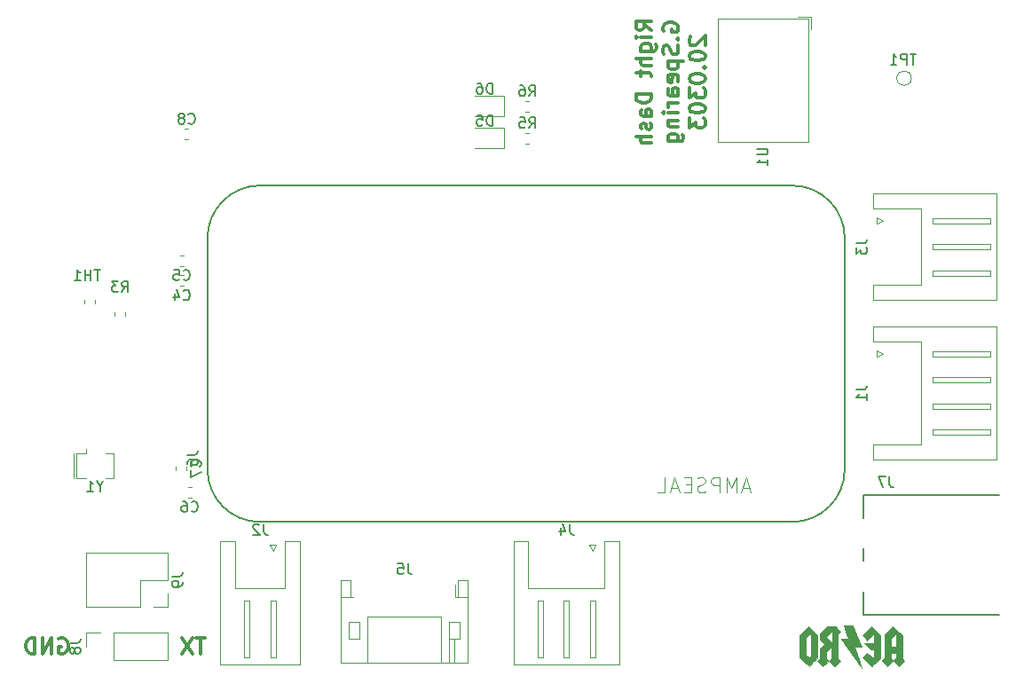
<source format=gbr>
G04 #@! TF.GenerationSoftware,KiCad,Pcbnew,5.1.5-52549c5~84~ubuntu18.04.1*
G04 #@! TF.CreationDate,2020-03-09T21:38:05-04:00*
G04 #@! TF.ProjectId,right,72696768-742e-46b6-9963-61645f706362,rev?*
G04 #@! TF.SameCoordinates,Original*
G04 #@! TF.FileFunction,Legend,Bot*
G04 #@! TF.FilePolarity,Positive*
%FSLAX46Y46*%
G04 Gerber Fmt 4.6, Leading zero omitted, Abs format (unit mm)*
G04 Created by KiCad (PCBNEW 5.1.5-52549c5~84~ubuntu18.04.1) date 2020-03-09 21:38:05*
%MOMM*%
%LPD*%
G04 APERTURE LIST*
%ADD10C,0.300000*%
%ADD11C,0.010000*%
%ADD12C,0.127000*%
%ADD13C,0.152400*%
%ADD14C,0.120000*%
%ADD15C,0.150000*%
%ADD16C,0.050000*%
G04 APERTURE END LIST*
D10*
X143382857Y-116090000D02*
X143525714Y-116018571D01*
X143740000Y-116018571D01*
X143954285Y-116090000D01*
X144097142Y-116232857D01*
X144168571Y-116375714D01*
X144240000Y-116661428D01*
X144240000Y-116875714D01*
X144168571Y-117161428D01*
X144097142Y-117304285D01*
X143954285Y-117447142D01*
X143740000Y-117518571D01*
X143597142Y-117518571D01*
X143382857Y-117447142D01*
X143311428Y-117375714D01*
X143311428Y-116875714D01*
X143597142Y-116875714D01*
X142668571Y-117518571D02*
X142668571Y-116018571D01*
X141811428Y-117518571D01*
X141811428Y-116018571D01*
X141097142Y-117518571D02*
X141097142Y-116018571D01*
X140740000Y-116018571D01*
X140525714Y-116090000D01*
X140382857Y-116232857D01*
X140311428Y-116375714D01*
X140240000Y-116661428D01*
X140240000Y-116875714D01*
X140311428Y-117161428D01*
X140382857Y-117304285D01*
X140525714Y-117447142D01*
X140740000Y-117518571D01*
X141097142Y-117518571D01*
X157352857Y-116018571D02*
X156495714Y-116018571D01*
X156924285Y-117518571D02*
X156924285Y-116018571D01*
X156138571Y-116018571D02*
X155138571Y-117518571D01*
X155138571Y-116018571D02*
X156138571Y-117518571D01*
X199931571Y-58027714D02*
X199217285Y-57527714D01*
X199931571Y-57170571D02*
X198431571Y-57170571D01*
X198431571Y-57742000D01*
X198503000Y-57884857D01*
X198574428Y-57956285D01*
X198717285Y-58027714D01*
X198931571Y-58027714D01*
X199074428Y-57956285D01*
X199145857Y-57884857D01*
X199217285Y-57742000D01*
X199217285Y-57170571D01*
X199931571Y-58670571D02*
X198931571Y-58670571D01*
X198431571Y-58670571D02*
X198503000Y-58599142D01*
X198574428Y-58670571D01*
X198503000Y-58742000D01*
X198431571Y-58670571D01*
X198574428Y-58670571D01*
X198931571Y-60027714D02*
X200145857Y-60027714D01*
X200288714Y-59956285D01*
X200360142Y-59884857D01*
X200431571Y-59742000D01*
X200431571Y-59527714D01*
X200360142Y-59384857D01*
X199860142Y-60027714D02*
X199931571Y-59884857D01*
X199931571Y-59599142D01*
X199860142Y-59456285D01*
X199788714Y-59384857D01*
X199645857Y-59313428D01*
X199217285Y-59313428D01*
X199074428Y-59384857D01*
X199003000Y-59456285D01*
X198931571Y-59599142D01*
X198931571Y-59884857D01*
X199003000Y-60027714D01*
X199931571Y-60742000D02*
X198431571Y-60742000D01*
X199931571Y-61384857D02*
X199145857Y-61384857D01*
X199003000Y-61313428D01*
X198931571Y-61170571D01*
X198931571Y-60956285D01*
X199003000Y-60813428D01*
X199074428Y-60742000D01*
X198931571Y-61884857D02*
X198931571Y-62456285D01*
X198431571Y-62099142D02*
X199717285Y-62099142D01*
X199860142Y-62170571D01*
X199931571Y-62313428D01*
X199931571Y-62456285D01*
X199931571Y-64099142D02*
X198431571Y-64099142D01*
X198431571Y-64456285D01*
X198503000Y-64670571D01*
X198645857Y-64813428D01*
X198788714Y-64884857D01*
X199074428Y-64956285D01*
X199288714Y-64956285D01*
X199574428Y-64884857D01*
X199717285Y-64813428D01*
X199860142Y-64670571D01*
X199931571Y-64456285D01*
X199931571Y-64099142D01*
X199931571Y-66242000D02*
X199145857Y-66242000D01*
X199003000Y-66170571D01*
X198931571Y-66027714D01*
X198931571Y-65742000D01*
X199003000Y-65599142D01*
X199860142Y-66242000D02*
X199931571Y-66099142D01*
X199931571Y-65742000D01*
X199860142Y-65599142D01*
X199717285Y-65527714D01*
X199574428Y-65527714D01*
X199431571Y-65599142D01*
X199360142Y-65742000D01*
X199360142Y-66099142D01*
X199288714Y-66242000D01*
X199860142Y-66884857D02*
X199931571Y-67027714D01*
X199931571Y-67313428D01*
X199860142Y-67456285D01*
X199717285Y-67527714D01*
X199645857Y-67527714D01*
X199503000Y-67456285D01*
X199431571Y-67313428D01*
X199431571Y-67099142D01*
X199360142Y-66956285D01*
X199217285Y-66884857D01*
X199145857Y-66884857D01*
X199003000Y-66956285D01*
X198931571Y-67099142D01*
X198931571Y-67313428D01*
X199003000Y-67456285D01*
X199931571Y-68170571D02*
X198431571Y-68170571D01*
X199931571Y-68813428D02*
X199145857Y-68813428D01*
X199003000Y-68742000D01*
X198931571Y-68599142D01*
X198931571Y-68384857D01*
X199003000Y-68242000D01*
X199074428Y-68170571D01*
X201053000Y-58134857D02*
X200981571Y-57992000D01*
X200981571Y-57777714D01*
X201053000Y-57563428D01*
X201195857Y-57420571D01*
X201338714Y-57349142D01*
X201624428Y-57277714D01*
X201838714Y-57277714D01*
X202124428Y-57349142D01*
X202267285Y-57420571D01*
X202410142Y-57563428D01*
X202481571Y-57777714D01*
X202481571Y-57920571D01*
X202410142Y-58134857D01*
X202338714Y-58206285D01*
X201838714Y-58206285D01*
X201838714Y-57920571D01*
X202338714Y-58849142D02*
X202410142Y-58920571D01*
X202481571Y-58849142D01*
X202410142Y-58777714D01*
X202338714Y-58849142D01*
X202481571Y-58849142D01*
X202410142Y-59492000D02*
X202481571Y-59706285D01*
X202481571Y-60063428D01*
X202410142Y-60206285D01*
X202338714Y-60277714D01*
X202195857Y-60349142D01*
X202053000Y-60349142D01*
X201910142Y-60277714D01*
X201838714Y-60206285D01*
X201767285Y-60063428D01*
X201695857Y-59777714D01*
X201624428Y-59634857D01*
X201553000Y-59563428D01*
X201410142Y-59492000D01*
X201267285Y-59492000D01*
X201124428Y-59563428D01*
X201053000Y-59634857D01*
X200981571Y-59777714D01*
X200981571Y-60134857D01*
X201053000Y-60349142D01*
X201481571Y-60992000D02*
X202981571Y-60992000D01*
X201553000Y-60992000D02*
X201481571Y-61134857D01*
X201481571Y-61420571D01*
X201553000Y-61563428D01*
X201624428Y-61634857D01*
X201767285Y-61706285D01*
X202195857Y-61706285D01*
X202338714Y-61634857D01*
X202410142Y-61563428D01*
X202481571Y-61420571D01*
X202481571Y-61134857D01*
X202410142Y-60992000D01*
X202410142Y-62920571D02*
X202481571Y-62777714D01*
X202481571Y-62492000D01*
X202410142Y-62349142D01*
X202267285Y-62277714D01*
X201695857Y-62277714D01*
X201553000Y-62349142D01*
X201481571Y-62492000D01*
X201481571Y-62777714D01*
X201553000Y-62920571D01*
X201695857Y-62992000D01*
X201838714Y-62992000D01*
X201981571Y-62277714D01*
X202481571Y-64277714D02*
X201695857Y-64277714D01*
X201553000Y-64206285D01*
X201481571Y-64063428D01*
X201481571Y-63777714D01*
X201553000Y-63634857D01*
X202410142Y-64277714D02*
X202481571Y-64134857D01*
X202481571Y-63777714D01*
X202410142Y-63634857D01*
X202267285Y-63563428D01*
X202124428Y-63563428D01*
X201981571Y-63634857D01*
X201910142Y-63777714D01*
X201910142Y-64134857D01*
X201838714Y-64277714D01*
X202481571Y-64992000D02*
X201481571Y-64992000D01*
X201767285Y-64992000D02*
X201624428Y-65063428D01*
X201553000Y-65134857D01*
X201481571Y-65277714D01*
X201481571Y-65420571D01*
X202481571Y-65920571D02*
X201481571Y-65920571D01*
X200981571Y-65920571D02*
X201053000Y-65849142D01*
X201124428Y-65920571D01*
X201053000Y-65992000D01*
X200981571Y-65920571D01*
X201124428Y-65920571D01*
X201481571Y-66634857D02*
X202481571Y-66634857D01*
X201624428Y-66634857D02*
X201553000Y-66706285D01*
X201481571Y-66849142D01*
X201481571Y-67063428D01*
X201553000Y-67206285D01*
X201695857Y-67277714D01*
X202481571Y-67277714D01*
X201481571Y-68634857D02*
X202695857Y-68634857D01*
X202838714Y-68563428D01*
X202910142Y-68492000D01*
X202981571Y-68349142D01*
X202981571Y-68134857D01*
X202910142Y-67992000D01*
X202410142Y-68634857D02*
X202481571Y-68492000D01*
X202481571Y-68206285D01*
X202410142Y-68063428D01*
X202338714Y-67992000D01*
X202195857Y-67920571D01*
X201767285Y-67920571D01*
X201624428Y-67992000D01*
X201553000Y-68063428D01*
X201481571Y-68206285D01*
X201481571Y-68492000D01*
X201553000Y-68634857D01*
X203674428Y-58634857D02*
X203603000Y-58706285D01*
X203531571Y-58849142D01*
X203531571Y-59206285D01*
X203603000Y-59349142D01*
X203674428Y-59420571D01*
X203817285Y-59492000D01*
X203960142Y-59492000D01*
X204174428Y-59420571D01*
X205031571Y-58563428D01*
X205031571Y-59492000D01*
X203531571Y-60420571D02*
X203531571Y-60563428D01*
X203603000Y-60706285D01*
X203674428Y-60777714D01*
X203817285Y-60849142D01*
X204103000Y-60920571D01*
X204460142Y-60920571D01*
X204745857Y-60849142D01*
X204888714Y-60777714D01*
X204960142Y-60706285D01*
X205031571Y-60563428D01*
X205031571Y-60420571D01*
X204960142Y-60277714D01*
X204888714Y-60206285D01*
X204745857Y-60134857D01*
X204460142Y-60063428D01*
X204103000Y-60063428D01*
X203817285Y-60134857D01*
X203674428Y-60206285D01*
X203603000Y-60277714D01*
X203531571Y-60420571D01*
X204888714Y-61563428D02*
X204960142Y-61634857D01*
X205031571Y-61563428D01*
X204960142Y-61492000D01*
X204888714Y-61563428D01*
X205031571Y-61563428D01*
X203531571Y-62563428D02*
X203531571Y-62706285D01*
X203603000Y-62849142D01*
X203674428Y-62920571D01*
X203817285Y-62992000D01*
X204103000Y-63063428D01*
X204460142Y-63063428D01*
X204745857Y-62992000D01*
X204888714Y-62920571D01*
X204960142Y-62849142D01*
X205031571Y-62706285D01*
X205031571Y-62563428D01*
X204960142Y-62420571D01*
X204888714Y-62349142D01*
X204745857Y-62277714D01*
X204460142Y-62206285D01*
X204103000Y-62206285D01*
X203817285Y-62277714D01*
X203674428Y-62349142D01*
X203603000Y-62420571D01*
X203531571Y-62563428D01*
X203531571Y-63563428D02*
X203531571Y-64492000D01*
X204103000Y-63992000D01*
X204103000Y-64206285D01*
X204174428Y-64349142D01*
X204245857Y-64420571D01*
X204388714Y-64492000D01*
X204745857Y-64492000D01*
X204888714Y-64420571D01*
X204960142Y-64349142D01*
X205031571Y-64206285D01*
X205031571Y-63777714D01*
X204960142Y-63634857D01*
X204888714Y-63563428D01*
X203531571Y-65420571D02*
X203531571Y-65563428D01*
X203603000Y-65706285D01*
X203674428Y-65777714D01*
X203817285Y-65849142D01*
X204103000Y-65920571D01*
X204460142Y-65920571D01*
X204745857Y-65849142D01*
X204888714Y-65777714D01*
X204960142Y-65706285D01*
X205031571Y-65563428D01*
X205031571Y-65420571D01*
X204960142Y-65277714D01*
X204888714Y-65206285D01*
X204745857Y-65134857D01*
X204460142Y-65063428D01*
X204103000Y-65063428D01*
X203817285Y-65134857D01*
X203674428Y-65206285D01*
X203603000Y-65277714D01*
X203531571Y-65420571D01*
X203531571Y-66420571D02*
X203531571Y-67349142D01*
X204103000Y-66849142D01*
X204103000Y-67063428D01*
X204174428Y-67206285D01*
X204245857Y-67277714D01*
X204388714Y-67349142D01*
X204745857Y-67349142D01*
X204888714Y-67277714D01*
X204960142Y-67206285D01*
X205031571Y-67063428D01*
X205031571Y-66634857D01*
X204960142Y-66492000D01*
X204888714Y-66420571D01*
D11*
G36*
X214484354Y-115336976D02*
G01*
X214064908Y-115755936D01*
X214064908Y-117854130D01*
X214939242Y-118727556D01*
X215329323Y-118336968D01*
X215719403Y-117946381D01*
X215719403Y-117758240D01*
X215136834Y-117758240D01*
X215062027Y-117835422D01*
X214987219Y-117912604D01*
X214828999Y-117755597D01*
X214670779Y-117598589D01*
X214670779Y-116035181D01*
X214903807Y-115803027D01*
X215136834Y-115570874D01*
X215136834Y-117758240D01*
X215719403Y-117758240D01*
X215719403Y-115732620D01*
X215311602Y-115325318D01*
X214903800Y-114918015D01*
X214484354Y-115336976D01*
G37*
X214484354Y-115336976D02*
X214064908Y-115755936D01*
X214064908Y-117854130D01*
X214939242Y-118727556D01*
X215329323Y-118336968D01*
X215719403Y-117946381D01*
X215719403Y-117758240D01*
X215136834Y-117758240D01*
X215062027Y-117835422D01*
X214987219Y-117912604D01*
X214828999Y-117755597D01*
X214670779Y-117598589D01*
X214670779Y-116035181D01*
X214903807Y-115803027D01*
X215136834Y-115570874D01*
X215136834Y-117758240D01*
X215719403Y-117758240D01*
X215719403Y-115732620D01*
X215311602Y-115325318D01*
X214903800Y-114918015D01*
X214484354Y-115336976D01*
G36*
X216022339Y-115593886D02*
G01*
X216022339Y-116198252D01*
X216429191Y-116606998D01*
X216214114Y-116822974D01*
X215999036Y-117038949D01*
X215999036Y-117945415D01*
X215877159Y-118068826D01*
X215755281Y-118192236D01*
X216023053Y-118460008D01*
X216290825Y-118727779D01*
X216813535Y-118203211D01*
X216583623Y-117946881D01*
X216582614Y-117643547D01*
X216581605Y-117340214D01*
X216837935Y-117084679D01*
X217094266Y-116829143D01*
X217094266Y-117971935D01*
X216977495Y-118086951D01*
X216860724Y-118201966D01*
X217122757Y-118464744D01*
X217212591Y-118553933D01*
X217291075Y-118630151D01*
X217352318Y-118687811D01*
X217390424Y-118721323D01*
X217399856Y-118727523D01*
X217420267Y-118711520D01*
X217466859Y-118667324D01*
X217533844Y-118600657D01*
X217615434Y-118517241D01*
X217669949Y-118460528D01*
X217924977Y-118193533D01*
X217800906Y-118071003D01*
X217676834Y-117948473D01*
X217676834Y-116525184D01*
X217140871Y-116525184D01*
X216843875Y-116228188D01*
X216546879Y-115931193D01*
X217140871Y-115337201D01*
X217140871Y-116525184D01*
X217676834Y-116525184D01*
X217676834Y-115664562D01*
X217810241Y-115529749D01*
X217943648Y-115394935D01*
X217711642Y-115162055D01*
X217479635Y-114929174D01*
X216685865Y-114929174D01*
X216022339Y-115593886D01*
G37*
X216022339Y-115593886D02*
X216022339Y-116198252D01*
X216429191Y-116606998D01*
X216214114Y-116822974D01*
X215999036Y-117038949D01*
X215999036Y-117945415D01*
X215877159Y-118068826D01*
X215755281Y-118192236D01*
X216023053Y-118460008D01*
X216290825Y-118727779D01*
X216813535Y-118203211D01*
X216583623Y-117946881D01*
X216582614Y-117643547D01*
X216581605Y-117340214D01*
X216837935Y-117084679D01*
X217094266Y-116829143D01*
X217094266Y-117971935D01*
X216977495Y-118086951D01*
X216860724Y-118201966D01*
X217122757Y-118464744D01*
X217212591Y-118553933D01*
X217291075Y-118630151D01*
X217352318Y-118687811D01*
X217390424Y-118721323D01*
X217399856Y-118727523D01*
X217420267Y-118711520D01*
X217466859Y-118667324D01*
X217533844Y-118600657D01*
X217615434Y-118517241D01*
X217669949Y-118460528D01*
X217924977Y-118193533D01*
X217800906Y-118071003D01*
X217676834Y-117948473D01*
X217676834Y-116525184D01*
X217140871Y-116525184D01*
X216843875Y-116228188D01*
X216546879Y-115931193D01*
X217140871Y-115337201D01*
X217140871Y-116525184D01*
X217676834Y-116525184D01*
X217676834Y-115664562D01*
X217810241Y-115529749D01*
X217943648Y-115394935D01*
X217711642Y-115162055D01*
X217479635Y-114929174D01*
X216685865Y-114929174D01*
X216022339Y-115593886D01*
G36*
X220491608Y-115365140D02*
G01*
X220066063Y-115791151D01*
X220286710Y-116012719D01*
X220507356Y-116234287D01*
X221148944Y-115593927D01*
X221148944Y-116562316D01*
X220264008Y-116548716D01*
X220548833Y-116834174D01*
X220833658Y-117119633D01*
X221148944Y-117119633D01*
X221148944Y-117793041D01*
X221065882Y-117856396D01*
X220982820Y-117919750D01*
X220507564Y-117446112D01*
X220087120Y-117866556D01*
X220519776Y-118297039D01*
X220636006Y-118412280D01*
X220741275Y-118515877D01*
X220831130Y-118603512D01*
X220901120Y-118670866D01*
X220946792Y-118713621D01*
X220963568Y-118727523D01*
X220982491Y-118711751D01*
X221029481Y-118667522D01*
X221099781Y-118599462D01*
X221188633Y-118512199D01*
X221291280Y-118410361D01*
X221353108Y-118348596D01*
X221731513Y-117969669D01*
X221731513Y-115758062D01*
X221324333Y-115348596D01*
X220917152Y-114939129D01*
X220491608Y-115365140D01*
G37*
X220491608Y-115365140D02*
X220066063Y-115791151D01*
X220286710Y-116012719D01*
X220507356Y-116234287D01*
X221148944Y-115593927D01*
X221148944Y-116562316D01*
X220264008Y-116548716D01*
X220548833Y-116834174D01*
X220833658Y-117119633D01*
X221148944Y-117119633D01*
X221148944Y-117793041D01*
X221065882Y-117856396D01*
X220982820Y-117919750D01*
X220507564Y-117446112D01*
X220087120Y-117866556D01*
X220519776Y-118297039D01*
X220636006Y-118412280D01*
X220741275Y-118515877D01*
X220831130Y-118603512D01*
X220901120Y-118670866D01*
X220946792Y-118713621D01*
X220963568Y-118727523D01*
X220982491Y-118711751D01*
X221029481Y-118667522D01*
X221099781Y-118599462D01*
X221188633Y-118512199D01*
X221291280Y-118410361D01*
X221353108Y-118348596D01*
X221731513Y-117969669D01*
X221731513Y-115758062D01*
X221324333Y-115348596D01*
X220917152Y-114939129D01*
X220491608Y-115365140D01*
G36*
X222552698Y-115331377D02*
G01*
X222150963Y-115733605D01*
X222150963Y-117945415D01*
X222029085Y-118068826D01*
X221907208Y-118192236D01*
X222174980Y-118460008D01*
X222442752Y-118727779D01*
X222977032Y-118191979D01*
X222733532Y-117945415D01*
X222733532Y-117469174D01*
X223246192Y-117469174D01*
X223246192Y-117945415D01*
X223124315Y-118068826D01*
X223002437Y-118192236D01*
X223270209Y-118460008D01*
X223537981Y-118727779D01*
X224072261Y-118191979D01*
X223828761Y-117945415D01*
X223828761Y-116863303D01*
X223246192Y-116863303D01*
X222733532Y-116863303D01*
X222733532Y-116104668D01*
X222988681Y-115837334D01*
X223243831Y-115570000D01*
X223245011Y-116216651D01*
X223246192Y-116863303D01*
X223828761Y-116863303D01*
X223828761Y-115802567D01*
X223391597Y-115365858D01*
X222954434Y-114929149D01*
X222552698Y-115331377D01*
G37*
X222552698Y-115331377D02*
X222150963Y-115733605D01*
X222150963Y-117945415D01*
X222029085Y-118068826D01*
X221907208Y-118192236D01*
X222174980Y-118460008D01*
X222442752Y-118727779D01*
X222977032Y-118191979D01*
X222733532Y-117945415D01*
X222733532Y-117469174D01*
X223246192Y-117469174D01*
X223246192Y-117945415D01*
X223124315Y-118068826D01*
X223002437Y-118192236D01*
X223270209Y-118460008D01*
X223537981Y-118727779D01*
X224072261Y-118191979D01*
X223828761Y-117945415D01*
X223828761Y-116863303D01*
X223246192Y-116863303D01*
X222733532Y-116863303D01*
X222733532Y-116104668D01*
X222988681Y-115837334D01*
X223243831Y-115570000D01*
X223245011Y-116216651D01*
X223246192Y-116863303D01*
X223828761Y-116863303D01*
X223828761Y-115802567D01*
X223391597Y-115365858D01*
X222954434Y-114929149D01*
X222552698Y-115331377D01*
G36*
X218480779Y-115465138D02*
G01*
X218720032Y-116117615D01*
X218357941Y-116117615D01*
X218221356Y-116117894D01*
X218125317Y-116119236D01*
X218063767Y-116122399D01*
X218030648Y-116128143D01*
X218019902Y-116137225D01*
X218025471Y-116150403D01*
X218032150Y-116158394D01*
X218050801Y-116182919D01*
X218093904Y-116241574D01*
X218158760Y-116330611D01*
X218242670Y-116446280D01*
X218342939Y-116584830D01*
X218456866Y-116742511D01*
X218581754Y-116915575D01*
X218714906Y-117100270D01*
X218853622Y-117292846D01*
X218995206Y-117489555D01*
X219136959Y-117686645D01*
X219276183Y-117880368D01*
X219410180Y-118066972D01*
X219536252Y-118242708D01*
X219651701Y-118403827D01*
X219753830Y-118546578D01*
X219839939Y-118667211D01*
X219907331Y-118761976D01*
X219953309Y-118827123D01*
X219975173Y-118858903D01*
X219975652Y-118859655D01*
X219973812Y-118847273D01*
X219957983Y-118795011D01*
X219929541Y-118706990D01*
X219889862Y-118587330D01*
X219840324Y-118440151D01*
X219782302Y-118269575D01*
X219717173Y-118079720D01*
X219655239Y-117900454D01*
X219584049Y-117694915D01*
X219517772Y-117503314D01*
X219457925Y-117330054D01*
X219406024Y-117179540D01*
X219363589Y-117056175D01*
X219332135Y-116964363D01*
X219313180Y-116908509D01*
X219308027Y-116892610D01*
X219329981Y-116890511D01*
X219390447Y-116888732D01*
X219481333Y-116887414D01*
X219594545Y-116886696D01*
X219654325Y-116886605D01*
X220000622Y-116886605D01*
X219740354Y-116298211D01*
X219658068Y-116112004D01*
X219569257Y-115910723D01*
X219479488Y-115707005D01*
X219394327Y-115513484D01*
X219319339Y-115342798D01*
X219283576Y-115261238D01*
X219087066Y-114812661D01*
X218241527Y-114812661D01*
X218480779Y-115465138D01*
G37*
X218480779Y-115465138D02*
X218720032Y-116117615D01*
X218357941Y-116117615D01*
X218221356Y-116117894D01*
X218125317Y-116119236D01*
X218063767Y-116122399D01*
X218030648Y-116128143D01*
X218019902Y-116137225D01*
X218025471Y-116150403D01*
X218032150Y-116158394D01*
X218050801Y-116182919D01*
X218093904Y-116241574D01*
X218158760Y-116330611D01*
X218242670Y-116446280D01*
X218342939Y-116584830D01*
X218456866Y-116742511D01*
X218581754Y-116915575D01*
X218714906Y-117100270D01*
X218853622Y-117292846D01*
X218995206Y-117489555D01*
X219136959Y-117686645D01*
X219276183Y-117880368D01*
X219410180Y-118066972D01*
X219536252Y-118242708D01*
X219651701Y-118403827D01*
X219753830Y-118546578D01*
X219839939Y-118667211D01*
X219907331Y-118761976D01*
X219953309Y-118827123D01*
X219975173Y-118858903D01*
X219975652Y-118859655D01*
X219973812Y-118847273D01*
X219957983Y-118795011D01*
X219929541Y-118706990D01*
X219889862Y-118587330D01*
X219840324Y-118440151D01*
X219782302Y-118269575D01*
X219717173Y-118079720D01*
X219655239Y-117900454D01*
X219584049Y-117694915D01*
X219517772Y-117503314D01*
X219457925Y-117330054D01*
X219406024Y-117179540D01*
X219363589Y-117056175D01*
X219332135Y-116964363D01*
X219313180Y-116908509D01*
X219308027Y-116892610D01*
X219329981Y-116890511D01*
X219390447Y-116888732D01*
X219481333Y-116887414D01*
X219594545Y-116886696D01*
X219654325Y-116886605D01*
X220000622Y-116886605D01*
X219740354Y-116298211D01*
X219658068Y-116112004D01*
X219569257Y-115910723D01*
X219479488Y-115707005D01*
X219394327Y-115513484D01*
X219319339Y-115342798D01*
X219283576Y-115261238D01*
X219087066Y-114812661D01*
X218241527Y-114812661D01*
X218480779Y-115465138D01*
D12*
X213360000Y-72850000D02*
G75*
G02X218360000Y-77850000I0J-5000000D01*
G01*
X162560000Y-72850000D02*
X213360000Y-72850000D01*
X157560000Y-77850000D02*
G75*
G02X162560000Y-72850000I5000000J0D01*
G01*
X157560000Y-99950000D02*
X157560000Y-77850000D01*
X162560000Y-104950000D02*
G75*
G02X157560000Y-99950000I0J5000000D01*
G01*
X213360000Y-104950000D02*
X162560000Y-104950000D01*
X218360000Y-99950000D02*
G75*
G02X213360000Y-104950000I-5000000J0D01*
G01*
X218360000Y-77850000D02*
X218360000Y-99950000D01*
D13*
X220116999Y-113779300D02*
X220116999Y-111595000D01*
X220116999Y-102374700D02*
X233070999Y-102374700D01*
X233070999Y-113779300D02*
X220116999Y-113779300D01*
X220116999Y-108674000D02*
X220116999Y-107467500D01*
X220116999Y-104546500D02*
X220116999Y-102374700D01*
D14*
X183023000Y-64318000D02*
X185883000Y-64318000D01*
X185883000Y-64318000D02*
X185883000Y-66238000D01*
X185883000Y-66238000D02*
X183023000Y-66238000D01*
X183023000Y-67366000D02*
X185883000Y-67366000D01*
X185883000Y-67366000D02*
X185883000Y-69286000D01*
X185883000Y-69286000D02*
X183023000Y-69286000D01*
X206292000Y-56954000D02*
X206292000Y-68675000D01*
X214912000Y-56954000D02*
X214912000Y-68675000D01*
X206292000Y-56954000D02*
X214912000Y-56954000D01*
X206292000Y-68675000D02*
X214912000Y-68675000D01*
X213912000Y-56714000D02*
X215152000Y-56714000D01*
X215152000Y-56714000D02*
X215152000Y-57954000D01*
X181200000Y-112154000D02*
X181200000Y-110939000D01*
X181140000Y-116114000D02*
X181140000Y-118374000D01*
X180640000Y-116114000D02*
X180640000Y-118374000D01*
X172040000Y-114514000D02*
X171040000Y-114514000D01*
X172040000Y-116114000D02*
X172040000Y-114514000D01*
X171040000Y-116114000D02*
X172040000Y-116114000D01*
X171040000Y-114514000D02*
X171040000Y-116114000D01*
X180640000Y-114514000D02*
X181640000Y-114514000D01*
X180640000Y-116114000D02*
X180640000Y-114514000D01*
X181640000Y-116114000D02*
X180640000Y-116114000D01*
X181640000Y-114514000D02*
X181640000Y-116114000D01*
X170280000Y-112154000D02*
X171200000Y-112154000D01*
X182400000Y-112154000D02*
X181480000Y-112154000D01*
X172840000Y-114014000D02*
X172840000Y-118374000D01*
X179840000Y-114014000D02*
X172840000Y-114014000D01*
X179840000Y-118374000D02*
X179840000Y-114014000D01*
X171200000Y-112154000D02*
X171480000Y-112154000D01*
X171200000Y-110554000D02*
X171200000Y-112154000D01*
X170280000Y-110554000D02*
X171200000Y-110554000D01*
X170280000Y-118374000D02*
X170280000Y-110554000D01*
X182400000Y-118374000D02*
X170280000Y-118374000D01*
X182400000Y-110554000D02*
X182400000Y-118374000D01*
X181480000Y-110554000D02*
X182400000Y-110554000D01*
X181480000Y-112154000D02*
X181480000Y-110554000D01*
X181200000Y-112154000D02*
X181480000Y-112154000D01*
X148612000Y-98368000D02*
X147812000Y-98368000D01*
X148612000Y-100768000D02*
X148612000Y-98768000D01*
X147812000Y-100768000D02*
X148612000Y-100768000D01*
X145012000Y-100768000D02*
X146012000Y-100768000D01*
X145012000Y-98768000D02*
X145012000Y-100768000D01*
X146012000Y-98368000D02*
X145012000Y-98368000D01*
X146012000Y-98368000D02*
X146012000Y-97968000D01*
X144812000Y-100768000D02*
X144812000Y-98768000D01*
X148612000Y-98768000D02*
X148612000Y-98368000D01*
X145012000Y-98768000D02*
X145012000Y-98368000D01*
X144812000Y-98768000D02*
X144812000Y-98368000D01*
X224728000Y-62611000D02*
G75*
G03X224728000Y-62611000I-700000J0D01*
G01*
X146814000Y-84109779D02*
X146814000Y-83784221D01*
X145794000Y-84109779D02*
X145794000Y-83784221D01*
X188249779Y-64768000D02*
X187924221Y-64768000D01*
X188249779Y-65788000D02*
X187924221Y-65788000D01*
X188249779Y-67816000D02*
X187924221Y-67816000D01*
X188249779Y-68836000D02*
X187924221Y-68836000D01*
X148715000Y-84927221D02*
X148715000Y-85252779D01*
X149735000Y-84927221D02*
X149735000Y-85252779D01*
X191810000Y-118530000D02*
X196870000Y-118530000D01*
X196870000Y-118530000D02*
X196870000Y-106810000D01*
X196870000Y-106810000D02*
X195450000Y-106810000D01*
X195450000Y-106810000D02*
X195450000Y-111310000D01*
X195450000Y-111310000D02*
X191810000Y-111310000D01*
X191810000Y-118530000D02*
X186750000Y-118530000D01*
X186750000Y-118530000D02*
X186750000Y-106810000D01*
X186750000Y-106810000D02*
X188170000Y-106810000D01*
X188170000Y-106810000D02*
X188170000Y-111310000D01*
X188170000Y-111310000D02*
X191810000Y-111310000D01*
X194560000Y-112420000D02*
X194560000Y-117920000D01*
X194560000Y-117920000D02*
X194060000Y-117920000D01*
X194060000Y-117920000D02*
X194060000Y-112420000D01*
X194060000Y-112420000D02*
X194560000Y-112420000D01*
X192060000Y-112420000D02*
X192060000Y-117920000D01*
X192060000Y-117920000D02*
X191560000Y-117920000D01*
X191560000Y-117920000D02*
X191560000Y-112420000D01*
X191560000Y-112420000D02*
X192060000Y-112420000D01*
X189560000Y-112420000D02*
X189560000Y-117920000D01*
X189560000Y-117920000D02*
X189060000Y-117920000D01*
X189060000Y-117920000D02*
X189060000Y-112420000D01*
X189060000Y-112420000D02*
X189560000Y-112420000D01*
X194310000Y-107720000D02*
X194610000Y-107120000D01*
X194610000Y-107120000D02*
X194010000Y-107120000D01*
X194010000Y-107120000D02*
X194310000Y-107720000D01*
X145990000Y-113090000D02*
X145990000Y-107890000D01*
X151130000Y-113090000D02*
X145990000Y-113090000D01*
X153730000Y-107890000D02*
X145990000Y-107890000D01*
X151130000Y-113090000D02*
X151130000Y-110490000D01*
X151130000Y-110490000D02*
X153730000Y-110490000D01*
X153730000Y-110490000D02*
X153730000Y-107890000D01*
X152400000Y-113090000D02*
X153730000Y-113090000D01*
X153730000Y-113090000D02*
X153730000Y-111760000D01*
X153730000Y-115510000D02*
X153730000Y-118170000D01*
X148590000Y-115510000D02*
X153730000Y-115510000D01*
X148590000Y-118170000D02*
X153730000Y-118170000D01*
X148590000Y-115510000D02*
X148590000Y-118170000D01*
X147320000Y-115510000D02*
X145990000Y-115510000D01*
X145990000Y-115510000D02*
X145990000Y-116840000D01*
X162580000Y-118530000D02*
X166390000Y-118530000D01*
X166390000Y-118530000D02*
X166390000Y-106810000D01*
X166390000Y-106810000D02*
X164970000Y-106810000D01*
X164970000Y-106810000D02*
X164970000Y-111310000D01*
X164970000Y-111310000D02*
X162580000Y-111310000D01*
X162580000Y-118530000D02*
X158770000Y-118530000D01*
X158770000Y-118530000D02*
X158770000Y-106810000D01*
X158770000Y-106810000D02*
X160190000Y-106810000D01*
X160190000Y-106810000D02*
X160190000Y-111310000D01*
X160190000Y-111310000D02*
X162580000Y-111310000D01*
X164080000Y-112420000D02*
X164080000Y-117920000D01*
X164080000Y-117920000D02*
X163580000Y-117920000D01*
X163580000Y-117920000D02*
X163580000Y-112420000D01*
X163580000Y-112420000D02*
X164080000Y-112420000D01*
X161580000Y-112420000D02*
X161580000Y-117920000D01*
X161580000Y-117920000D02*
X161080000Y-117920000D01*
X161080000Y-117920000D02*
X161080000Y-112420000D01*
X161080000Y-112420000D02*
X161580000Y-112420000D01*
X163830000Y-107720000D02*
X164130000Y-107120000D01*
X164130000Y-107120000D02*
X163530000Y-107120000D01*
X163530000Y-107120000D02*
X163830000Y-107720000D01*
X232830000Y-78700000D02*
X232830000Y-73640000D01*
X232830000Y-73640000D02*
X221110000Y-73640000D01*
X221110000Y-73640000D02*
X221110000Y-75060000D01*
X221110000Y-75060000D02*
X225610000Y-75060000D01*
X225610000Y-75060000D02*
X225610000Y-78700000D01*
X232830000Y-78700000D02*
X232830000Y-83760000D01*
X232830000Y-83760000D02*
X221110000Y-83760000D01*
X221110000Y-83760000D02*
X221110000Y-82340000D01*
X221110000Y-82340000D02*
X225610000Y-82340000D01*
X225610000Y-82340000D02*
X225610000Y-78700000D01*
X226720000Y-75950000D02*
X232220000Y-75950000D01*
X232220000Y-75950000D02*
X232220000Y-76450000D01*
X232220000Y-76450000D02*
X226720000Y-76450000D01*
X226720000Y-76450000D02*
X226720000Y-75950000D01*
X226720000Y-78450000D02*
X232220000Y-78450000D01*
X232220000Y-78450000D02*
X232220000Y-78950000D01*
X232220000Y-78950000D02*
X226720000Y-78950000D01*
X226720000Y-78950000D02*
X226720000Y-78450000D01*
X226720000Y-80950000D02*
X232220000Y-80950000D01*
X232220000Y-80950000D02*
X232220000Y-81450000D01*
X232220000Y-81450000D02*
X226720000Y-81450000D01*
X226720000Y-81450000D02*
X226720000Y-80950000D01*
X222020000Y-76200000D02*
X221420000Y-75900000D01*
X221420000Y-75900000D02*
X221420000Y-76500000D01*
X221420000Y-76500000D02*
X222020000Y-76200000D01*
X221420000Y-89200000D02*
X222020000Y-88900000D01*
X221420000Y-88600000D02*
X221420000Y-89200000D01*
X222020000Y-88900000D02*
X221420000Y-88600000D01*
X226720000Y-96650000D02*
X226720000Y-96150000D01*
X232220000Y-96650000D02*
X226720000Y-96650000D01*
X232220000Y-96150000D02*
X232220000Y-96650000D01*
X226720000Y-96150000D02*
X232220000Y-96150000D01*
X226720000Y-94150000D02*
X226720000Y-93650000D01*
X232220000Y-94150000D02*
X226720000Y-94150000D01*
X232220000Y-93650000D02*
X232220000Y-94150000D01*
X226720000Y-93650000D02*
X232220000Y-93650000D01*
X226720000Y-91650000D02*
X226720000Y-91150000D01*
X232220000Y-91650000D02*
X226720000Y-91650000D01*
X232220000Y-91150000D02*
X232220000Y-91650000D01*
X226720000Y-91150000D02*
X232220000Y-91150000D01*
X226720000Y-89150000D02*
X226720000Y-88650000D01*
X232220000Y-89150000D02*
X226720000Y-89150000D01*
X232220000Y-88650000D02*
X232220000Y-89150000D01*
X226720000Y-88650000D02*
X232220000Y-88650000D01*
X225610000Y-97540000D02*
X225610000Y-92650000D01*
X221110000Y-97540000D02*
X225610000Y-97540000D01*
X221110000Y-98960000D02*
X221110000Y-97540000D01*
X232830000Y-98960000D02*
X221110000Y-98960000D01*
X232830000Y-92650000D02*
X232830000Y-98960000D01*
X225610000Y-87760000D02*
X225610000Y-92650000D01*
X221110000Y-87760000D02*
X225610000Y-87760000D01*
X221110000Y-86340000D02*
X221110000Y-87760000D01*
X232830000Y-86340000D02*
X221110000Y-86340000D01*
X232830000Y-92650000D02*
X232830000Y-86340000D01*
X155737779Y-67435000D02*
X155412221Y-67435000D01*
X155737779Y-68455000D02*
X155412221Y-68455000D01*
X155577000Y-99984779D02*
X155577000Y-99659221D01*
X154557000Y-99984779D02*
X154557000Y-99659221D01*
X155691721Y-102618000D02*
X156017279Y-102618000D01*
X155691721Y-101598000D02*
X156017279Y-101598000D01*
X154929721Y-80520000D02*
X155255279Y-80520000D01*
X154929721Y-79500000D02*
X155255279Y-79500000D01*
X154929721Y-82425000D02*
X155255279Y-82425000D01*
X154929721Y-81405000D02*
X155255279Y-81405000D01*
D15*
X155632380Y-98536666D02*
X156346666Y-98536666D01*
X156489523Y-98489047D01*
X156584761Y-98393809D01*
X156632380Y-98250952D01*
X156632380Y-98155714D01*
X155632380Y-99441428D02*
X155632380Y-99250952D01*
X155680000Y-99155714D01*
X155727619Y-99108095D01*
X155870476Y-99012857D01*
X156060952Y-98965238D01*
X156441904Y-98965238D01*
X156537142Y-99012857D01*
X156584761Y-99060476D01*
X156632380Y-99155714D01*
X156632380Y-99346190D01*
X156584761Y-99441428D01*
X156537142Y-99489047D01*
X156441904Y-99536666D01*
X156203809Y-99536666D01*
X156108571Y-99489047D01*
X156060952Y-99441428D01*
X156013333Y-99346190D01*
X156013333Y-99155714D01*
X156060952Y-99060476D01*
X156108571Y-99012857D01*
X156203809Y-98965238D01*
D16*
X209284450Y-101706683D02*
X208616783Y-101706683D01*
X209417983Y-102107283D02*
X208950616Y-100705183D01*
X208483250Y-102107283D01*
X208015883Y-102107283D02*
X208015883Y-100705183D01*
X207548516Y-101706683D01*
X207081150Y-100705183D01*
X207081150Y-102107283D01*
X206413483Y-102107283D02*
X206413483Y-100705183D01*
X205879350Y-100705183D01*
X205745816Y-100771950D01*
X205679050Y-100838716D01*
X205612283Y-100972250D01*
X205612283Y-101172550D01*
X205679050Y-101306083D01*
X205745816Y-101372850D01*
X205879350Y-101439616D01*
X206413483Y-101439616D01*
X205078150Y-102040516D02*
X204877850Y-102107283D01*
X204544016Y-102107283D01*
X204410483Y-102040516D01*
X204343716Y-101973750D01*
X204276950Y-101840216D01*
X204276950Y-101706683D01*
X204343716Y-101573150D01*
X204410483Y-101506383D01*
X204544016Y-101439616D01*
X204811083Y-101372850D01*
X204944616Y-101306083D01*
X205011383Y-101239316D01*
X205078150Y-101105783D01*
X205078150Y-100972250D01*
X205011383Y-100838716D01*
X204944616Y-100771950D01*
X204811083Y-100705183D01*
X204477250Y-100705183D01*
X204276950Y-100771950D01*
X203676050Y-101372850D02*
X203208683Y-101372850D01*
X203008383Y-102107283D02*
X203676050Y-102107283D01*
X203676050Y-100705183D01*
X203008383Y-100705183D01*
X202474250Y-101706683D02*
X201806583Y-101706683D01*
X202607783Y-102107283D02*
X202140416Y-100705183D01*
X201673050Y-102107283D01*
X200538016Y-102107283D02*
X201205683Y-102107283D01*
X201205683Y-100705183D01*
D15*
X222609332Y-100633380D02*
X222609332Y-101347666D01*
X222656951Y-101490523D01*
X222752189Y-101585761D01*
X222895046Y-101633380D01*
X222990284Y-101633380D01*
X222228379Y-100633380D02*
X221561713Y-100633380D01*
X221990284Y-101633380D01*
X184761095Y-64080380D02*
X184761095Y-63080380D01*
X184523000Y-63080380D01*
X184380142Y-63128000D01*
X184284904Y-63223238D01*
X184237285Y-63318476D01*
X184189666Y-63508952D01*
X184189666Y-63651809D01*
X184237285Y-63842285D01*
X184284904Y-63937523D01*
X184380142Y-64032761D01*
X184523000Y-64080380D01*
X184761095Y-64080380D01*
X183332523Y-63080380D02*
X183523000Y-63080380D01*
X183618238Y-63128000D01*
X183665857Y-63175619D01*
X183761095Y-63318476D01*
X183808714Y-63508952D01*
X183808714Y-63889904D01*
X183761095Y-63985142D01*
X183713476Y-64032761D01*
X183618238Y-64080380D01*
X183427761Y-64080380D01*
X183332523Y-64032761D01*
X183284904Y-63985142D01*
X183237285Y-63889904D01*
X183237285Y-63651809D01*
X183284904Y-63556571D01*
X183332523Y-63508952D01*
X183427761Y-63461333D01*
X183618238Y-63461333D01*
X183713476Y-63508952D01*
X183761095Y-63556571D01*
X183808714Y-63651809D01*
X184761095Y-67128380D02*
X184761095Y-66128380D01*
X184523000Y-66128380D01*
X184380142Y-66176000D01*
X184284904Y-66271238D01*
X184237285Y-66366476D01*
X184189666Y-66556952D01*
X184189666Y-66699809D01*
X184237285Y-66890285D01*
X184284904Y-66985523D01*
X184380142Y-67080761D01*
X184523000Y-67128380D01*
X184761095Y-67128380D01*
X183284904Y-66128380D02*
X183761095Y-66128380D01*
X183808714Y-66604571D01*
X183761095Y-66556952D01*
X183665857Y-66509333D01*
X183427761Y-66509333D01*
X183332523Y-66556952D01*
X183284904Y-66604571D01*
X183237285Y-66699809D01*
X183237285Y-66937904D01*
X183284904Y-67033142D01*
X183332523Y-67080761D01*
X183427761Y-67128380D01*
X183665857Y-67128380D01*
X183761095Y-67080761D01*
X183808714Y-67033142D01*
X210018380Y-69342095D02*
X210827904Y-69342095D01*
X210923142Y-69389714D01*
X210970761Y-69437333D01*
X211018380Y-69532571D01*
X211018380Y-69723047D01*
X210970761Y-69818285D01*
X210923142Y-69865904D01*
X210827904Y-69913523D01*
X210018380Y-69913523D01*
X211018380Y-70913523D02*
X211018380Y-70342095D01*
X211018380Y-70627809D02*
X210018380Y-70627809D01*
X210161238Y-70532571D01*
X210256476Y-70437333D01*
X210304095Y-70342095D01*
X176673333Y-108916380D02*
X176673333Y-109630666D01*
X176720952Y-109773523D01*
X176816190Y-109868761D01*
X176959047Y-109916380D01*
X177054285Y-109916380D01*
X175720952Y-108916380D02*
X176197142Y-108916380D01*
X176244761Y-109392571D01*
X176197142Y-109344952D01*
X176101904Y-109297333D01*
X175863809Y-109297333D01*
X175768571Y-109344952D01*
X175720952Y-109392571D01*
X175673333Y-109487809D01*
X175673333Y-109725904D01*
X175720952Y-109821142D01*
X175768571Y-109868761D01*
X175863809Y-109916380D01*
X176101904Y-109916380D01*
X176197142Y-109868761D01*
X176244761Y-109821142D01*
X147288190Y-101544190D02*
X147288190Y-102020380D01*
X147621523Y-101020380D02*
X147288190Y-101544190D01*
X146954857Y-101020380D01*
X146097714Y-102020380D02*
X146669142Y-102020380D01*
X146383428Y-102020380D02*
X146383428Y-101020380D01*
X146478666Y-101163238D01*
X146573904Y-101258476D01*
X146669142Y-101306095D01*
X225162904Y-60285380D02*
X224591476Y-60285380D01*
X224877190Y-61285380D02*
X224877190Y-60285380D01*
X224258142Y-61285380D02*
X224258142Y-60285380D01*
X223877190Y-60285380D01*
X223781952Y-60333000D01*
X223734333Y-60380619D01*
X223686714Y-60475857D01*
X223686714Y-60618714D01*
X223734333Y-60713952D01*
X223781952Y-60761571D01*
X223877190Y-60809190D01*
X224258142Y-60809190D01*
X222734333Y-61285380D02*
X223305761Y-61285380D01*
X223020047Y-61285380D02*
X223020047Y-60285380D01*
X223115285Y-60428238D01*
X223210523Y-60523476D01*
X223305761Y-60571095D01*
X147335714Y-80884880D02*
X146764285Y-80884880D01*
X147050000Y-81884880D02*
X147050000Y-80884880D01*
X146430952Y-81884880D02*
X146430952Y-80884880D01*
X146430952Y-81361071D02*
X145859523Y-81361071D01*
X145859523Y-81884880D02*
X145859523Y-80884880D01*
X144859523Y-81884880D02*
X145430952Y-81884880D01*
X145145238Y-81884880D02*
X145145238Y-80884880D01*
X145240476Y-81027738D01*
X145335714Y-81122976D01*
X145430952Y-81170595D01*
X188253666Y-64300380D02*
X188587000Y-63824190D01*
X188825095Y-64300380D02*
X188825095Y-63300380D01*
X188444142Y-63300380D01*
X188348904Y-63348000D01*
X188301285Y-63395619D01*
X188253666Y-63490857D01*
X188253666Y-63633714D01*
X188301285Y-63728952D01*
X188348904Y-63776571D01*
X188444142Y-63824190D01*
X188825095Y-63824190D01*
X187396523Y-63300380D02*
X187587000Y-63300380D01*
X187682238Y-63348000D01*
X187729857Y-63395619D01*
X187825095Y-63538476D01*
X187872714Y-63728952D01*
X187872714Y-64109904D01*
X187825095Y-64205142D01*
X187777476Y-64252761D01*
X187682238Y-64300380D01*
X187491761Y-64300380D01*
X187396523Y-64252761D01*
X187348904Y-64205142D01*
X187301285Y-64109904D01*
X187301285Y-63871809D01*
X187348904Y-63776571D01*
X187396523Y-63728952D01*
X187491761Y-63681333D01*
X187682238Y-63681333D01*
X187777476Y-63728952D01*
X187825095Y-63776571D01*
X187872714Y-63871809D01*
X188253666Y-67348380D02*
X188587000Y-66872190D01*
X188825095Y-67348380D02*
X188825095Y-66348380D01*
X188444142Y-66348380D01*
X188348904Y-66396000D01*
X188301285Y-66443619D01*
X188253666Y-66538857D01*
X188253666Y-66681714D01*
X188301285Y-66776952D01*
X188348904Y-66824571D01*
X188444142Y-66872190D01*
X188825095Y-66872190D01*
X187348904Y-66348380D02*
X187825095Y-66348380D01*
X187872714Y-66824571D01*
X187825095Y-66776952D01*
X187729857Y-66729333D01*
X187491761Y-66729333D01*
X187396523Y-66776952D01*
X187348904Y-66824571D01*
X187301285Y-66919809D01*
X187301285Y-67157904D01*
X187348904Y-67253142D01*
X187396523Y-67300761D01*
X187491761Y-67348380D01*
X187729857Y-67348380D01*
X187825095Y-67300761D01*
X187872714Y-67253142D01*
X149391666Y-83002380D02*
X149725000Y-82526190D01*
X149963095Y-83002380D02*
X149963095Y-82002380D01*
X149582142Y-82002380D01*
X149486904Y-82050000D01*
X149439285Y-82097619D01*
X149391666Y-82192857D01*
X149391666Y-82335714D01*
X149439285Y-82430952D01*
X149486904Y-82478571D01*
X149582142Y-82526190D01*
X149963095Y-82526190D01*
X149058333Y-82002380D02*
X148439285Y-82002380D01*
X148772619Y-82383333D01*
X148629761Y-82383333D01*
X148534523Y-82430952D01*
X148486904Y-82478571D01*
X148439285Y-82573809D01*
X148439285Y-82811904D01*
X148486904Y-82907142D01*
X148534523Y-82954761D01*
X148629761Y-83002380D01*
X148915476Y-83002380D01*
X149010714Y-82954761D01*
X149058333Y-82907142D01*
X192143333Y-105172380D02*
X192143333Y-105886666D01*
X192190952Y-106029523D01*
X192286190Y-106124761D01*
X192429047Y-106172380D01*
X192524285Y-106172380D01*
X191238571Y-105505714D02*
X191238571Y-106172380D01*
X191476666Y-105124761D02*
X191714761Y-105839047D01*
X191095714Y-105839047D01*
X154182380Y-110156666D02*
X154896666Y-110156666D01*
X155039523Y-110109047D01*
X155134761Y-110013809D01*
X155182380Y-109870952D01*
X155182380Y-109775714D01*
X155182380Y-110680476D02*
X155182380Y-110870952D01*
X155134761Y-110966190D01*
X155087142Y-111013809D01*
X154944285Y-111109047D01*
X154753809Y-111156666D01*
X154372857Y-111156666D01*
X154277619Y-111109047D01*
X154230000Y-111061428D01*
X154182380Y-110966190D01*
X154182380Y-110775714D01*
X154230000Y-110680476D01*
X154277619Y-110632857D01*
X154372857Y-110585238D01*
X154610952Y-110585238D01*
X154706190Y-110632857D01*
X154753809Y-110680476D01*
X154801428Y-110775714D01*
X154801428Y-110966190D01*
X154753809Y-111061428D01*
X154706190Y-111109047D01*
X154610952Y-111156666D01*
X144442380Y-116506666D02*
X145156666Y-116506666D01*
X145299523Y-116459047D01*
X145394761Y-116363809D01*
X145442380Y-116220952D01*
X145442380Y-116125714D01*
X144870952Y-117125714D02*
X144823333Y-117030476D01*
X144775714Y-116982857D01*
X144680476Y-116935238D01*
X144632857Y-116935238D01*
X144537619Y-116982857D01*
X144490000Y-117030476D01*
X144442380Y-117125714D01*
X144442380Y-117316190D01*
X144490000Y-117411428D01*
X144537619Y-117459047D01*
X144632857Y-117506666D01*
X144680476Y-117506666D01*
X144775714Y-117459047D01*
X144823333Y-117411428D01*
X144870952Y-117316190D01*
X144870952Y-117125714D01*
X144918571Y-117030476D01*
X144966190Y-116982857D01*
X145061428Y-116935238D01*
X145251904Y-116935238D01*
X145347142Y-116982857D01*
X145394761Y-117030476D01*
X145442380Y-117125714D01*
X145442380Y-117316190D01*
X145394761Y-117411428D01*
X145347142Y-117459047D01*
X145251904Y-117506666D01*
X145061428Y-117506666D01*
X144966190Y-117459047D01*
X144918571Y-117411428D01*
X144870952Y-117316190D01*
X162913333Y-105172380D02*
X162913333Y-105886666D01*
X162960952Y-106029523D01*
X163056190Y-106124761D01*
X163199047Y-106172380D01*
X163294285Y-106172380D01*
X162484761Y-105267619D02*
X162437142Y-105220000D01*
X162341904Y-105172380D01*
X162103809Y-105172380D01*
X162008571Y-105220000D01*
X161960952Y-105267619D01*
X161913333Y-105362857D01*
X161913333Y-105458095D01*
X161960952Y-105600952D01*
X162532380Y-106172380D01*
X161913333Y-106172380D01*
X219472380Y-78366666D02*
X220186666Y-78366666D01*
X220329523Y-78319047D01*
X220424761Y-78223809D01*
X220472380Y-78080952D01*
X220472380Y-77985714D01*
X219472380Y-78747619D02*
X219472380Y-79366666D01*
X219853333Y-79033333D01*
X219853333Y-79176190D01*
X219900952Y-79271428D01*
X219948571Y-79319047D01*
X220043809Y-79366666D01*
X220281904Y-79366666D01*
X220377142Y-79319047D01*
X220424761Y-79271428D01*
X220472380Y-79176190D01*
X220472380Y-78890476D01*
X220424761Y-78795238D01*
X220377142Y-78747619D01*
X219472380Y-92316666D02*
X220186666Y-92316666D01*
X220329523Y-92269047D01*
X220424761Y-92173809D01*
X220472380Y-92030952D01*
X220472380Y-91935714D01*
X220472380Y-93316666D02*
X220472380Y-92745238D01*
X220472380Y-93030952D02*
X219472380Y-93030952D01*
X219615238Y-92935714D01*
X219710476Y-92840476D01*
X219758095Y-92745238D01*
X155741666Y-66872142D02*
X155789285Y-66919761D01*
X155932142Y-66967380D01*
X156027380Y-66967380D01*
X156170238Y-66919761D01*
X156265476Y-66824523D01*
X156313095Y-66729285D01*
X156360714Y-66538809D01*
X156360714Y-66395952D01*
X156313095Y-66205476D01*
X156265476Y-66110238D01*
X156170238Y-66015000D01*
X156027380Y-65967380D01*
X155932142Y-65967380D01*
X155789285Y-66015000D01*
X155741666Y-66062619D01*
X155170238Y-66395952D02*
X155265476Y-66348333D01*
X155313095Y-66300714D01*
X155360714Y-66205476D01*
X155360714Y-66157857D01*
X155313095Y-66062619D01*
X155265476Y-66015000D01*
X155170238Y-65967380D01*
X154979761Y-65967380D01*
X154884523Y-66015000D01*
X154836904Y-66062619D01*
X154789285Y-66157857D01*
X154789285Y-66205476D01*
X154836904Y-66300714D01*
X154884523Y-66348333D01*
X154979761Y-66395952D01*
X155170238Y-66395952D01*
X155265476Y-66443571D01*
X155313095Y-66491190D01*
X155360714Y-66586428D01*
X155360714Y-66776904D01*
X155313095Y-66872142D01*
X155265476Y-66919761D01*
X155170238Y-66967380D01*
X154979761Y-66967380D01*
X154884523Y-66919761D01*
X154836904Y-66872142D01*
X154789285Y-66776904D01*
X154789285Y-66586428D01*
X154836904Y-66491190D01*
X154884523Y-66443571D01*
X154979761Y-66395952D01*
X156854142Y-99655333D02*
X156901761Y-99607714D01*
X156949380Y-99464857D01*
X156949380Y-99369619D01*
X156901761Y-99226761D01*
X156806523Y-99131523D01*
X156711285Y-99083904D01*
X156520809Y-99036285D01*
X156377952Y-99036285D01*
X156187476Y-99083904D01*
X156092238Y-99131523D01*
X155997000Y-99226761D01*
X155949380Y-99369619D01*
X155949380Y-99464857D01*
X155997000Y-99607714D01*
X156044619Y-99655333D01*
X155949380Y-99988666D02*
X155949380Y-100655333D01*
X156949380Y-100226761D01*
X156021166Y-103895142D02*
X156068785Y-103942761D01*
X156211642Y-103990380D01*
X156306880Y-103990380D01*
X156449738Y-103942761D01*
X156544976Y-103847523D01*
X156592595Y-103752285D01*
X156640214Y-103561809D01*
X156640214Y-103418952D01*
X156592595Y-103228476D01*
X156544976Y-103133238D01*
X156449738Y-103038000D01*
X156306880Y-102990380D01*
X156211642Y-102990380D01*
X156068785Y-103038000D01*
X156021166Y-103085619D01*
X155164023Y-102990380D02*
X155354500Y-102990380D01*
X155449738Y-103038000D01*
X155497357Y-103085619D01*
X155592595Y-103228476D01*
X155640214Y-103418952D01*
X155640214Y-103799904D01*
X155592595Y-103895142D01*
X155544976Y-103942761D01*
X155449738Y-103990380D01*
X155259261Y-103990380D01*
X155164023Y-103942761D01*
X155116404Y-103895142D01*
X155068785Y-103799904D01*
X155068785Y-103561809D01*
X155116404Y-103466571D01*
X155164023Y-103418952D01*
X155259261Y-103371333D01*
X155449738Y-103371333D01*
X155544976Y-103418952D01*
X155592595Y-103466571D01*
X155640214Y-103561809D01*
X155259166Y-81797142D02*
X155306785Y-81844761D01*
X155449642Y-81892380D01*
X155544880Y-81892380D01*
X155687738Y-81844761D01*
X155782976Y-81749523D01*
X155830595Y-81654285D01*
X155878214Y-81463809D01*
X155878214Y-81320952D01*
X155830595Y-81130476D01*
X155782976Y-81035238D01*
X155687738Y-80940000D01*
X155544880Y-80892380D01*
X155449642Y-80892380D01*
X155306785Y-80940000D01*
X155259166Y-80987619D01*
X154354404Y-80892380D02*
X154830595Y-80892380D01*
X154878214Y-81368571D01*
X154830595Y-81320952D01*
X154735357Y-81273333D01*
X154497261Y-81273333D01*
X154402023Y-81320952D01*
X154354404Y-81368571D01*
X154306785Y-81463809D01*
X154306785Y-81701904D01*
X154354404Y-81797142D01*
X154402023Y-81844761D01*
X154497261Y-81892380D01*
X154735357Y-81892380D01*
X154830595Y-81844761D01*
X154878214Y-81797142D01*
X155259166Y-83702142D02*
X155306785Y-83749761D01*
X155449642Y-83797380D01*
X155544880Y-83797380D01*
X155687738Y-83749761D01*
X155782976Y-83654523D01*
X155830595Y-83559285D01*
X155878214Y-83368809D01*
X155878214Y-83225952D01*
X155830595Y-83035476D01*
X155782976Y-82940238D01*
X155687738Y-82845000D01*
X155544880Y-82797380D01*
X155449642Y-82797380D01*
X155306785Y-82845000D01*
X155259166Y-82892619D01*
X154402023Y-83130714D02*
X154402023Y-83797380D01*
X154640119Y-82749761D02*
X154878214Y-83464047D01*
X154259166Y-83464047D01*
M02*

</source>
